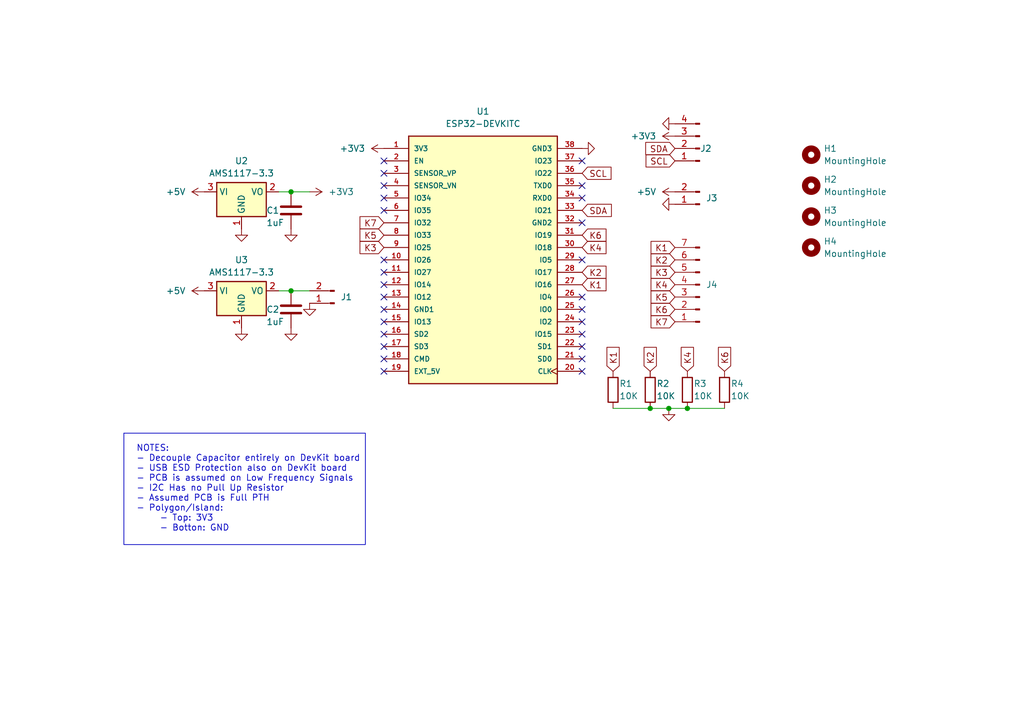
<source format=kicad_sch>
(kicad_sch (version 20230121) (generator eeschema)
  (paper "A5")
  (title_block (title "Keypad Reader") (date "2023-11-08") (rev "v0") (company "Elefante"))
  (lib_symbols
    (symbol "Connector:Conn_01x02_Pin" (pin_names (offset 1.016) hide)
      (property "Reference" "J" (at 0 2.54 0))
      (property "Value" "Conn_01x02_Pin" (at 0 -5.08 0))
      (symbol "Conn_01x02_Pin_1_1"
        (polyline (pts (xy 1.27 -2.54) (xy 0.8636 -2.54)) (stroke (width 0.1524)))
        (polyline (pts (xy 1.27 0) (xy 0.8636 0)) (stroke (width 0.1524)))
        (rectangle (start 0.8636 -2.413) (end 0 -2.667) (stroke (width 0.1524)) (fill (type outline)))
        (rectangle (start 0.8636 0.127) (end 0 -0.127) (stroke (width 0.1524)) (fill (type outline)))
        (pin passive line (at 5.08 0 180) (length 3.81) (name "Pin_1") (number "1"))
        (pin passive line (at 5.08 -2.54 180) (length 3.81) (name "Pin_2") (number "2"))
      )
    )
    (symbol "Connector:Conn_01x04_Pin" (pin_names (offset 1.016) hide)
      (property "Reference" "J" (at 0 5.08 0))
      (property "Value" "Conn_01x04_Pin" (at 0 -7.62 0))
      (symbol "Conn_01x04_Pin_1_1"
        (polyline (pts (xy 1.27 -5.08) (xy 0.8636 -5.08)) (stroke (width 0.1524)))
        (polyline (pts (xy 1.27 -2.54) (xy 0.8636 -2.54)) (stroke (width 0.1524)))
        (polyline (pts (xy 1.27 0) (xy 0.8636 0)) (stroke (width 0.1524)))
        (polyline (pts (xy 1.27 2.54) (xy 0.8636 2.54)) (stroke (width 0.1524)))
        (rectangle (start 0.8636 -4.953) (end 0 -5.207) (stroke (width 0.1524)) (fill (type outline)))
        (rectangle (start 0.8636 -2.413) (end 0 -2.667) (stroke (width 0.1524)) (fill (type outline)))
        (rectangle (start 0.8636 0.127) (end 0 -0.127) (stroke (width 0.1524)) (fill (type outline)))
        (rectangle (start 0.8636 2.667) (end 0 2.413) (stroke (width 0.1524)) (fill (type outline)))
        (pin passive line (at 5.08 2.54 180) (length 3.81) (name "Pin_1") (number "1"))
        (pin passive line (at 5.08 0 180) (length 3.81) (name "Pin_2") (number "2"))
        (pin passive line (at 5.08 -2.54 180) (length 3.81) (name "Pin_3") (number "3"))
        (pin passive line (at 5.08 -5.08 180) (length 3.81) (name "Pin_4") (number "4"))
      )
    )
    (symbol "Connector:Conn_01x07_Pin" (pin_names (offset 1.016) hide)
      (property "Reference" "J" (at 0 10.16 0))
      (property "Value" "Conn_01x07_Pin" (at 0 -10.16 0))
      (symbol "Conn_01x07_Pin_1_1"
        (polyline (pts (xy 1.27 -7.62) (xy 0.8636 -7.62)) (stroke (width 0.1524)))
        (polyline (pts (xy 1.27 -5.08) (xy 0.8636 -5.08)) (stroke (width 0.1524)))
        (polyline (pts (xy 1.27 -2.54) (xy 0.8636 -2.54)) (stroke (width 0.1524)))
        (polyline (pts (xy 1.27 0) (xy 0.8636 0)) (stroke (width 0.1524)))
        (polyline (pts (xy 1.27 2.54) (xy 0.8636 2.54)) (stroke (width 0.1524)))
        (polyline (pts (xy 1.27 5.08) (xy 0.8636 5.08)) (stroke (width 0.1524)))
        (polyline (pts (xy 1.27 7.62) (xy 0.8636 7.62)) (stroke (width 0.1524)))
        (rectangle (start 0.8636 -7.493) (end 0 -7.747) (stroke (width 0.1524)) (fill (type outline)))
        (rectangle (start 0.8636 -4.953) (end 0 -5.207) (stroke (width 0.1524)) (fill (type outline)))
        (rectangle (start 0.8636 -2.413) (end 0 -2.667) (stroke (width 0.1524)) (fill (type outline)))
        (rectangle (start 0.8636 0.127) (end 0 -0.127) (stroke (width 0.1524)) (fill (type outline)))
        (rectangle (start 0.8636 2.667) (end 0 2.413) (stroke (width 0.1524)) (fill (type outline)))
        (rectangle (start 0.8636 5.207) (end 0 4.953) (stroke (width 0.1524)) (fill (type outline)))
        (rectangle (start 0.8636 7.747) (end 0 7.493) (stroke (width 0.1524)) (fill (type outline)))
        (pin passive line (at 5.08 7.62 180) (length 3.81) (name "Pin_1") (number "1"))
        (pin passive line (at 5.08 5.08 180) (length 3.81) (name "Pin_2") (number "2"))
        (pin passive line (at 5.08 2.54 180) (length 3.81) (name "Pin_3") (number "3"))
        (pin passive line (at 5.08 0 180) (length 3.81) (name "Pin_4") (number "4"))
        (pin passive line (at 5.08 -2.54 180) (length 3.81) (name "Pin_5") (number "5"))
        (pin passive line (at 5.08 -5.08 180) (length 3.81) (name "Pin_6") (number "6"))
        (pin passive line (at 5.08 -7.62 180) (length 3.81) (name "Pin_7") (number "7"))
      )
    )
    (symbol "Device:C" (pin_numbers hide) (pin_names (offset 0.254))
      (property "Reference" "C" (at 0.635 2.54 0))
      (property "Value" "C" (at 0.635 -2.54 0))
      (symbol "C_0_1"
        (polyline (pts (xy -2.032 -0.762) (xy 2.032 -0.762)) (stroke (width 0.508)))
        (polyline (pts (xy -2.032 0.762) (xy 2.032 0.762)) (stroke (width 0.508)))
      )
      (symbol "C_1_1"
        (pin passive line (at 0 3.81 270) (length 2.794) (name "~") (number "1"))
        (pin passive line (at 0 -3.81 90) (length 2.794) (name "~") (number "2"))
      )
    )
    (symbol "Device:R" (pin_numbers hide) (pin_names (offset 0))
      (property "Reference" "R" (at 2.032 0 90))
      (property "Value" "R" (at 0 0 90))
      (symbol "R_0_1"
        (rectangle (start -1.016 -2.54) (end 1.016 2.54) (stroke (width 0.254)))
      )
      (symbol "R_1_1"
        (pin passive line (at 0 3.81 270) (length 1.27) (name "~") (number "1"))
        (pin passive line (at 0 -3.81 90) (length 1.27) (name "~") (number "2"))
      )
    )
    (symbol "ESP32-DEVKITC:ESP32-DEVKITC" (pin_names (offset 1.016))
      (property "Reference" "U" (at -15.2572 26.0643 0))
      (property "Value" "ESP32-DEVKITC" (at -15.2563 -27.9698 0))
      (symbol "ESP32-DEVKITC_0_0"
        (rectangle (start -15.24 -25.4) (end 15.24 25.4) (stroke (width 0.254)) (fill (type background)))
        (pin power_in line (at -20.32 22.86 0) (length 5.08) (name "3V3") (number "1"))
        (pin bidirectional line (at -20.32 0 0) (length 5.08) (name "IO26") (number "10"))
        (pin bidirectional line (at -20.32 -2.54 0) (length 5.08) (name "IO27") (number "11"))
        (pin bidirectional line (at -20.32 -5.08 0) (length 5.08) (name "IO14") (number "12"))
        (pin bidirectional line (at -20.32 -7.62 0) (length 5.08) (name "IO12") (number "13"))
        (pin power_in line (at -20.32 -10.16 0) (length 5.08) (name "GND1") (number "14"))
        (pin bidirectional line (at -20.32 -12.7 0) (length 5.08) (name "IO13") (number "15"))
        (pin bidirectional line (at -20.32 -15.24 0) (length 5.08) (name "SD2") (number "16"))
        (pin bidirectional line (at -20.32 -17.78 0) (length 5.08) (name "SD3") (number "17"))
        (pin bidirectional line (at -20.32 -20.32 0) (length 5.08) (name "CMD") (number "18"))
        (pin power_in line (at -20.32 -22.86 0) (length 5.08) (name "EXT_5V") (number "19"))
        (pin input line (at -20.32 20.32 0) (length 5.08) (name "EN") (number "2"))
        (pin input clock (at 20.32 -22.86 180) (length 5.08) (name "CLK") (number "20"))
        (pin bidirectional line (at 20.32 -20.32 180) (length 5.08) (name "SD0") (number "21"))
        (pin bidirectional line (at 20.32 -17.78 180) (length 5.08) (name "SD1") (number "22"))
        (pin bidirectional line (at 20.32 -15.24 180) (length 5.08) (name "IO15") (number "23"))
        (pin bidirectional line (at 20.32 -12.7 180) (length 5.08) (name "IO2") (number "24"))
        (pin bidirectional line (at 20.32 -10.16 180) (length 5.08) (name "IO0") (number "25"))
        (pin bidirectional line (at 20.32 -7.62 180) (length 5.08) (name "IO4") (number "26"))
        (pin bidirectional line (at 20.32 -5.08 180) (length 5.08) (name "IO16") (number "27"))
        (pin bidirectional line (at 20.32 -2.54 180) (length 5.08) (name "IO17") (number "28"))
        (pin bidirectional line (at 20.32 0 180) (length 5.08) (name "IO5") (number "29"))
        (pin input line (at -20.32 17.78 0) (length 5.08) (name "SENSOR_VP") (number "3"))
        (pin bidirectional line (at 20.32 2.54 180) (length 5.08) (name "IO18") (number "30"))
        (pin bidirectional line (at 20.32 5.08 180) (length 5.08) (name "IO19") (number "31"))
        (pin power_in line (at 20.32 7.62 180) (length 5.08) (name "GND2") (number "32"))
        (pin bidirectional line (at 20.32 10.16 180) (length 5.08) (name "IO21") (number "33"))
        (pin input line (at 20.32 12.7 180) (length 5.08) (name "RXD0") (number "34"))
        (pin output line (at 20.32 15.24 180) (length 5.08) (name "TXD0") (number "35"))
        (pin bidirectional line (at 20.32 17.78 180) (length 5.08) (name "IO22") (number "36"))
        (pin bidirectional line (at 20.32 20.32 180) (length 5.08) (name "IO23") (number "37"))
        (pin power_in line (at 20.32 22.86 180) (length 5.08) (name "GND3") (number "38"))
        (pin input line (at -20.32 15.24 0) (length 5.08) (name "SENSOR_VN") (number "4"))
        (pin bidirectional line (at -20.32 12.7 0) (length 5.08) (name "IO34") (number "5"))
        (pin bidirectional line (at -20.32 10.16 0) (length 5.08) (name "IO35") (number "6"))
        (pin bidirectional line (at -20.32 7.62 0) (length 5.08) (name "IO32") (number "7"))
        (pin bidirectional line (at -20.32 5.08 0) (length 5.08) (name "IO33") (number "8"))
        (pin bidirectional line (at -20.32 2.54 0) (length 5.08) (name "IO25") (number "9"))
      )
    )
    (symbol "Mechanical:MountingHole" (pin_names (offset 1.016))
      (property "Reference" "H" (at 0 5.08 0))
      (property "Value" "MountingHole" (at 0 3.175 0))
      (symbol "MountingHole_0_1"
        (circle (center 0 0) (radius 1.27) (stroke (width 1.27)))
      )
    )
    (symbol "Regulator_Linear:AMS1117-3.3"
      (property "Reference" "U" (at -3.81 3.175 0))
      (property "Value" "AMS1117-3.3" (at 0 3.175 0))
      (symbol "AMS1117-3.3_0_1"
        (rectangle (start -5.08 -5.08) (end 5.08 1.905) (stroke (width 0.254)) (fill (type background)))
      )
      (symbol "AMS1117-3.3_1_1"
        (pin power_in line (at 0 -7.62 90) (length 2.54) (name "GND") (number "1"))
        (pin power_out line (at 7.62 0 180) (length 2.54) (name "VO") (number "2"))
        (pin power_in line (at -7.62 0 0) (length 2.54) (name "VI") (number "3"))
      )
    )
    (symbol "power:+3V3" (power) (pin_names (offset 0))
      (property "Value" "+3V3" (at 0 3.556 0))
      (symbol "+3V3_0_1"
        (polyline (pts (xy -0.762 1.27) (xy 0 2.54)))
        (polyline (pts (xy 0 0) (xy 0 2.54)))
        (polyline (pts (xy 0 2.54) (xy 0.762 1.27)))
      )
      (symbol "+3V3_1_1"
        (pin power_in line (at 0 0 90) (length 0) hide (name "+3V3") (number "1"))
      )
    )
    (symbol "power:+5V" (power) (pin_names (offset 0))
      (property "Value" "+5V" (at 0 3.556 0))
      (symbol "+5V_0_1"
        (polyline (pts (xy -0.762 1.27) (xy 0 2.54)))
        (polyline (pts (xy 0 0) (xy 0 2.54)))
        (polyline (pts (xy 0 2.54) (xy 0.762 1.27)))
      )
      (symbol "+5V_1_1"
        (pin power_in line (at 0 0 90) (length 0) hide (name "+5V") (number "1"))
      )
    )
    (symbol "power:GND" (power) (pin_names (offset 0))
      (property "Value" "GND" (at 0 -3.81 0))
      (symbol "GND_0_1"
        (polyline (pts (xy 0 0) (xy 0 -1.27) (xy 1.27 -1.27) (xy 0 -2.54) (xy -1.27 -1.27) (xy 0 -1.27)))
      )
      (symbol "GND_1_1"
        (pin power_in line (at 0 0 270) (length 0) hide (name "GND") (number "1"))
      )
    )
  )
  (junction (at 137.16 83.82))
  (junction (at 133.35 83.82))
  (junction (at 140.97 83.82))
  (junction (at 59.69 59.69))
  (junction (at 59.69 39.37))
  (no_connect (at 78.74 66.04))
  (no_connect (at 119.38 60.96))
  (no_connect (at 78.74 35.56))
  (no_connect (at 119.38 33.02))
  (no_connect (at 119.38 63.5))
  (no_connect (at 78.74 68.58))
  (no_connect (at 119.38 76.2))
  (no_connect (at 78.74 33.02))
  (no_connect (at 78.74 63.5))
  (no_connect (at 119.38 40.64))
  (no_connect (at 119.38 71.12))
  (no_connect (at 119.38 53.34))
  (no_connect (at 119.38 45.72))
  (no_connect (at 78.74 55.88))
  (no_connect (at 78.74 40.64))
  (no_connect (at 78.74 76.2))
  (no_connect (at 119.38 38.1))
  (no_connect (at 119.38 66.04))
  (no_connect (at 78.74 71.12))
  (no_connect (at 78.74 53.34))
  (no_connect (at 78.74 73.66))
  (no_connect (at 78.74 60.96))
  (no_connect (at 119.38 68.58))
  (no_connect (at 78.74 58.42))
  (no_connect (at 78.74 38.1))
  (no_connect (at 78.74 43.18))
  (no_connect (at 119.38 73.66))
  (wire (pts (xy 57.15 59.69) (xy 59.69 59.69)))
  (wire (pts (xy 59.69 39.37) (xy 57.15 39.37)))
  (wire (pts (xy 137.16 83.82) (xy 140.97 83.82)))
  (wire (pts (xy 140.97 83.82) (xy 148.59 83.82)))
  (wire (pts (xy 63.5 39.37) (xy 59.69 39.37)))
  (wire (pts (xy 59.69 59.69) (xy 63.5 59.69)))
  (wire (pts (xy 133.35 83.82) (xy 137.16 83.82)))
  (wire (pts (xy 125.73 83.82) (xy 133.35 83.82)))
  (rectangle (start 25.4 88.9) (end 74.93 111.76))
  (text "NOTES:\n- Decouple Capacitor entirely on DevKit board\n- USB ESD Protection also on DevKit board\n- PCB is assumed on Low Frequency Signals\n- I2C Has no Pull Up Resistor\n- Assumed PCB is Full PTH\n- Polygon/Island:\n	- Top: 3V3\n	- Botton: GND" (at 27.94 109.22 0) (effects (font (size 1.27 1.27)) (justify left bottom)))
  (global_label "K2" (shape input) (at 119.38 55.88 0) (property "Intersheetrefs" "${INTERSHEET_REFS}" (effects hide)))
  (global_label "SCL" (shape input) (at 138.43 33.02 180) (property "Intersheetrefs" "${INTERSHEET_REFS}" (effects hide)))
  (global_label "K3" (shape input) (at 138.43 55.88 180) (property "Intersheetrefs" "${INTERSHEET_REFS}" (effects hide)))
  (global_label "K1" (shape input) (at 138.43 50.8 180) (property "Intersheetrefs" "${INTERSHEET_REFS}" (effects hide)))
  (global_label "K4" (shape input) (at 119.38 50.8 0) (property "Intersheetrefs" "${INTERSHEET_REFS}" (effects hide)))
  (global_label "K3" (shape input) (at 78.74 50.8 180) (property "Intersheetrefs" "${INTERSHEET_REFS}" (effects hide)))
  (global_label "SDA" (shape input) (at 138.43 30.48 180) (property "Intersheetrefs" "${INTERSHEET_REFS}" (effects hide)))
  (global_label "K5" (shape input) (at 78.74 48.26 180) (property "Intersheetrefs" "${INTERSHEET_REFS}" (effects hide)))
  (global_label "SCL" (shape input) (at 119.38 35.56 0) (property "Intersheetrefs" "${INTERSHEET_REFS}" (effects hide)))
  (global_label "SDA" (shape input) (at 119.38 43.18 0) (property "Intersheetrefs" "${INTERSHEET_REFS}" (effects hide)))
  (global_label "K5" (shape input) (at 138.43 60.96 180) (property "Intersheetrefs" "${INTERSHEET_REFS}" (effects hide)))
  (global_label "K6" (shape input) (at 119.38 48.26 0) (property "Intersheetrefs" "${INTERSHEET_REFS}" (effects hide)))
  (global_label "K6" (shape input) (at 138.43 63.5 180) (property "Intersheetrefs" "${INTERSHEET_REFS}" (effects hide)))
  (global_label "K6" (shape input) (at 148.59 76.2 90) (property "Intersheetrefs" "${INTERSHEET_REFS}" (effects hide)))
  (global_label "K2" (shape input) (at 133.35 76.2 90) (property "Intersheetrefs" "${INTERSHEET_REFS}" (effects hide)))
  (global_label "K1" (shape input) (at 125.73 76.2 90) (property "Intersheetrefs" "${INTERSHEET_REFS}" (effects hide)))
  (global_label "K1" (shape input) (at 119.38 58.42 0) (property "Intersheetrefs" "${INTERSHEET_REFS}" (effects hide)))
  (global_label "K2" (shape input) (at 138.43 53.34 180) (property "Intersheetrefs" "${INTERSHEET_REFS}" (effects hide)))
  (global_label "K7" (shape input) (at 138.43 66.04 180) (property "Intersheetrefs" "${INTERSHEET_REFS}" (effects hide)))
  (global_label "K7" (shape input) (at 78.74 45.72 180) (property "Intersheetrefs" "${INTERSHEET_REFS}" (effects hide)))
  (global_label "K4" (shape input) (at 138.43 58.42 180) (property "Intersheetrefs" "${INTERSHEET_REFS}" (effects hide)))
  (global_label "K4" (shape input) (at 140.97 76.2 90) (property "Intersheetrefs" "${INTERSHEET_REFS}" (effects hide)))
  (symbol (lib_id "Mechanical:MountingHole") (at 166.37 31.75 0) (unit 1)
    (property "Reference" "H1" (at 168.91 30.48 0) (effects (justify left)))
    (property "Value" "MountingHole" (at 168.91 33.02 0) (effects (justify left)))
    (property "Footprint" "MountingHole:MountingHole_2.1mm" (effects hide))
  )
  (symbol (lib_id "power:+3V3") (at 78.74 30.48 90) (unit 1)
    (property "Reference" "#PWR01" (effects hide))
    (property "Value" "+3V3" (at 74.93 30.48 90) (effects (justify left)))
  )
  (symbol (lib_id "power:GND") (at 59.69 67.31 0) (unit 1)
    (property "Reference" "#PWR09" (effects hide))
    (property "Value" "GND" (effects hide))
  )
  (symbol (lib_id "Regulator_Linear:AMS1117-3.3") (at 49.53 59.69 0) (unit 1)
    (property "Reference" "U3" (at 49.53 53.34 0))
    (property "Value" "AMS1117-3.3" (at 49.53 55.88 0))
    (property "Footprint" "Package_TO_SOT_SMD:SOT-223-3_TabPin2" (effects hide))
    (property "Datasheet" "http://www.advanced-monolithic.com/pdf/ds1117.pdf" (effects hide))
  )
  (symbol (lib_id "Device:R") (at 140.97 80.01 0) (unit 1)
    (property "Reference" "R3" (at 142.24 78.74 0) (effects (justify left)))
    (property "Value" "10K" (at 142.24 81.28 0) (effects (justify left)))
    (property "Footprint" "Resistor_SMD:R_1206_3216Metric_Pad1.30x1.75mm_HandSolder" (effects hide))
  )
  (symbol (lib_id "power:GND") (at 49.53 67.31 0) (unit 1)
    (property "Reference" "#PWR08" (effects hide))
    (property "Value" "GND" (effects hide))
  )
  (symbol (lib_id "power:+5V") (at 41.91 59.69 90) (unit 1)
    (property "Reference" "#PWR06" (effects hide))
    (property "Value" "+5V" (at 38.1 59.69 90) (effects (justify left)))
  )
  (symbol (lib_id "Connector:Conn_01x04_Pin") (at 143.51 30.48 180) (unit 1)
    (property "Reference" "J2" (at 144.78 30.48 0))
    (property "Value" "Conn_01x04_Pin" (effects hide))
    (property "Footprint" "Connector_PinHeader_2.54mm:PinHeader_1x04_P2.54mm_Horizontal" (effects hide))
  )
  (symbol (lib_id "power:GND") (at 59.69 46.99 0) (unit 1)
    (property "Reference" "#PWR07" (effects hide))
    (property "Value" "GND" (effects hide))
  )
  (symbol (lib_id "power:GND") (at 119.38 30.48 90) (unit 1)
    (property "Reference" "#PWR02" (effects hide))
    (property "Value" "GND" (effects hide))
  )
  (symbol (lib_id "Device:R") (at 148.59 80.01 0) (unit 1)
    (property "Reference" "R4" (at 149.86 78.74 0) (effects (justify left)))
    (property "Value" "10K" (at 149.86 81.28 0) (effects (justify left)))
    (property "Footprint" "Resistor_SMD:R_1206_3216Metric_Pad1.30x1.75mm_HandSolder" (effects hide))
  )
  (symbol (lib_id "Device:C") (at 59.69 43.18 0) (unit 1)
    (property "Reference" "C1" (at 54.61 43.18 0) (effects (justify left)))
    (property "Value" "1uF" (at 54.61 45.72 0) (effects (justify left)))
    (property "Footprint" "Capacitor_SMD:C_1206_3216Metric_Pad1.33x1.80mm_HandSolder" (effects hide))
  )
  (symbol (lib_id "Regulator_Linear:AMS1117-3.3") (at 49.53 39.37 0) (unit 1)
    (property "Reference" "U2" (at 49.53 33.02 0))
    (property "Value" "AMS1117-3.3" (at 49.53 35.56 0))
    (property "Footprint" "Package_TO_SOT_SMD:SOT-223-3_TabPin2" (effects hide))
    (property "Datasheet" "http://www.advanced-monolithic.com/pdf/ds1117.pdf" (effects hide))
  )
  (symbol (lib_id "power:+5V") (at 138.43 39.37 90) (unit 1)
    (property "Reference" "#PWR013" (effects hide))
    (property "Value" "+5V" (at 134.62 39.37 90) (effects (justify left)))
  )
  (symbol (lib_id "power:+3V3") (at 63.5 39.37 270) (unit 1)
    (property "Reference" "#PWR04" (effects hide))
    (property "Value" "+3V3" (at 67.31 39.37 90) (effects (justify left)))
  )
  (symbol (lib_id "power:GND") (at 49.53 46.99 0) (unit 1)
    (property "Reference" "#PWR05" (effects hide))
    (property "Value" "GND" (effects hide))
  )
  (symbol (lib_id "power:GND") (at 138.43 25.4 270) (unit 1)
    (property "Reference" "#PWR011" (effects hide))
    (property "Value" "GND" (effects hide))
  )
  (symbol (lib_id "power:+3V3") (at 138.43 27.94 90) (unit 1)
    (property "Reference" "#PWR012" (effects hide))
    (property "Value" "+3V3" (at 134.62 27.94 90) (effects (justify left)))
  )
  (symbol (lib_id "Mechanical:MountingHole") (at 166.37 44.45 0) (unit 1)
    (property "Reference" "H3" (at 168.91 43.18 0) (effects (justify left)))
    (property "Value" "MountingHole" (at 168.91 45.72 0) (effects (justify left)))
    (property "Footprint" "MountingHole:MountingHole_2.1mm" (effects hide))
  )
  (symbol (lib_id "Mechanical:MountingHole") (at 166.37 38.1 0) (unit 1)
    (property "Reference" "H2" (at 168.91 36.83 0) (effects (justify left)))
    (property "Value" "MountingHole" (at 168.91 39.37 0) (effects (justify left)))
    (property "Footprint" "MountingHole:MountingHole_2.1mm" (effects hide))
  )
  (symbol (lib_id "power:+5V") (at 41.91 39.37 90) (unit 1)
    (property "Reference" "#PWR03" (effects hide))
    (property "Value" "+5V" (at 38.1 39.37 90) (effects (justify left)))
  )
  (symbol (lib_id "Device:R") (at 125.73 80.01 0) (unit 1)
    (property "Reference" "R1" (at 127 78.74 0) (effects (justify left)))
    (property "Value" "10K" (at 127 81.28 0) (effects (justify left)))
    (property "Footprint" "Resistor_SMD:R_1206_3216Metric_Pad1.30x1.75mm_HandSolder" (effects hide))
  )
  (symbol (lib_id "ESP32-DEVKITC:ESP32-DEVKITC") (at 99.06 53.34 0) (unit 1)
    (property "Reference" "U1" (at 99.06 22.86 0))
    (property "Value" "ESP32-DEVKITC" (at 99.06 25.4 0))
    (property "Footprint" "esp32devkit:MODULE_ESP32-DEVKITC" (effects hide))
    (property "MF" "Espressif Systems" (effects hide))
    (property "Description" "\nESP32-WROOM-32UE series Transceiver; 802.11 b/g/n (Wi-Fi, WiFi, WLAN), Bluetooth ® Smart Ready 4.x Dual Mode Evaluation Board\n" (effects hide))
    (property "Package" "None" (effects hide))
    (property "Price" "None" (effects hide))
    (property "Check_prices" "https://www.snapeda.com/parts/ESP32-DEVKITC/Espressif+Systems/view-part/?ref=eda" (effects hide))
    (property "STANDARD" "Manufacturer Recommendations" (effects hide))
    (property "PARTREV" "N/A" (effects hide))
    (property "SnapEDA_Link" "https://www.snapeda.com/parts/ESP32-DEVKITC/Espressif+Systems/view-part/?ref=snap" (effects hide))
    (property "MP" "ESP32-DEVKITC" (effects hide))
    (property "Availability" "In Stock" (effects hide))
    (property "MANUFACTURER" "ESPRESSIF" (effects hide))
  )
  (symbol (lib_id "power:GND") (at 137.16 83.82 0) (unit 1)
    (property "Reference" "#PWR015" (effects hide))
    (property "Value" "GND" (effects hide))
  )
  (symbol (lib_id "Connector:Conn_01x02_Pin") (at 68.58 62.23 180) (unit 1)
    (property "Reference" "J1" (at 69.85 60.96 0) (effects (justify right)))
    (property "Value" "Conn_01x02_Pin" (effects hide))
    (property "Footprint" "Connector_PinHeader_2.54mm:PinHeader_1x02_P2.54mm_Horizontal" (effects hide))
  )
  (symbol (lib_id "power:GND") (at 63.5 62.23 0) (unit 1)
    (property "Reference" "#PWR010" (effects hide))
    (property "Value" "GND" (effects hide))
  )
  (symbol (lib_id "Device:C") (at 59.69 63.5 0) (unit 1)
    (property "Reference" "C2" (at 54.61 63.5 0) (effects (justify left)))
    (property "Value" "1uF" (at 54.61 66.04 0) (effects (justify left)))
    (property "Footprint" "Capacitor_SMD:C_1206_3216Metric_Pad1.33x1.80mm_HandSolder" (effects hide))
  )
  (symbol (lib_id "Device:R") (at 133.35 80.01 0) (unit 1)
    (property "Reference" "R2" (at 134.62 78.74 0) (effects (justify left)))
    (property "Value" "10K" (at 134.62 81.28 0) (effects (justify left)))
    (property "Footprint" "Resistor_SMD:R_1206_3216Metric_Pad1.30x1.75mm_HandSolder" (effects hide))
  )
  (symbol (lib_id "Connector:Conn_01x02_Pin") (at 143.51 41.91 180) (unit 1)
    (property "Reference" "J3" (at 144.78 40.64 0) (effects (justify right)))
    (property "Value" "Conn_01x02_Pin" (effects hide))
    (property "Footprint" "Connector_PinHeader_2.54mm:PinHeader_1x02_P2.54mm_Horizontal" (effects hide))
  )
  (symbol (lib_id "Mechanical:MountingHole") (at 166.37 50.8 0) (unit 1)
    (property "Reference" "H4" (at 168.91 49.53 0) (effects (justify left)))
    (property "Value" "MountingHole" (at 168.91 52.07 0) (effects (justify left)))
    (property "Footprint" "MountingHole:MountingHole_2.1mm" (effects hide))
  )
  (symbol (lib_id "power:GND") (at 138.43 41.91 270) (unit 1)
    (property "Reference" "#PWR014" (effects hide))
    (property "Value" "GND" (effects hide))
  )
  (symbol (lib_id "Connector:Conn_01x07_Pin") (at 143.51 58.42 180) (unit 1)
    (property "Reference" "J4" (at 144.78 58.42 0) (effects (justify right)))
    (property "Value" "Conn_01x07_Pin" (effects hide))
    (property "Footprint" "Connector_PinHeader_2.54mm:PinHeader_1x07_P2.54mm_Horizontal" (effects hide))
  )
)
</source>
